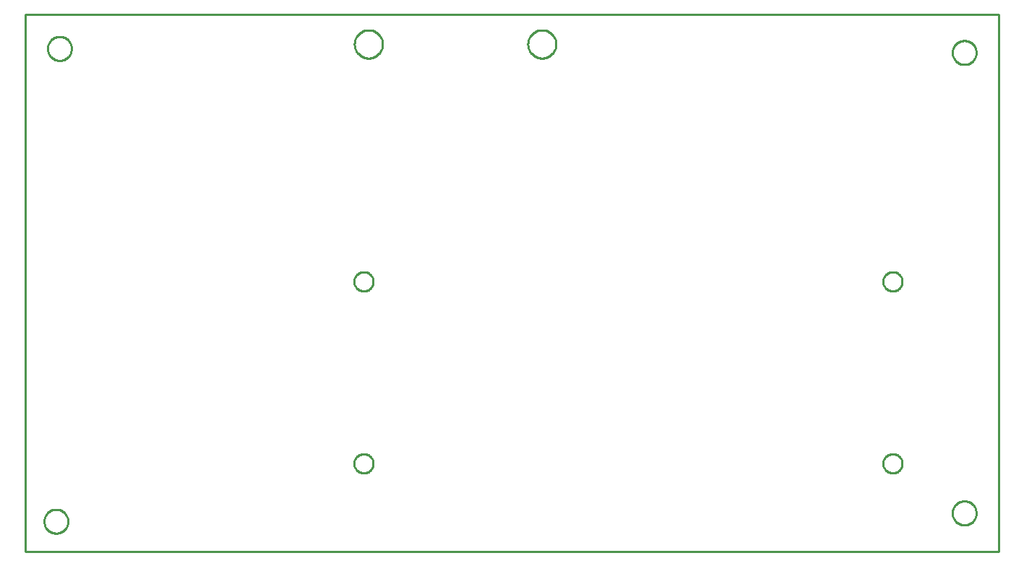
<source format=gbr>
G04 EAGLE Gerber RS-274X export*
G75*
%MOMM*%
%FSLAX34Y34*%
%LPD*%
%IN*%
%IPPOS*%
%AMOC8*
5,1,8,0,0,1.08239X$1,22.5*%
G01*
%ADD10C,0.254000*%


D10*
X80000Y45000D02*
X1220000Y45000D01*
X1220000Y675000D01*
X80000Y675000D01*
X80000Y45000D01*
X1095488Y350290D02*
X1094607Y350359D01*
X1093734Y350498D01*
X1092874Y350704D01*
X1092033Y350977D01*
X1091216Y351316D01*
X1090429Y351717D01*
X1089675Y352179D01*
X1088960Y352698D01*
X1088288Y353273D01*
X1087663Y353898D01*
X1087088Y354570D01*
X1086569Y355285D01*
X1086107Y356039D01*
X1085706Y356826D01*
X1085367Y357643D01*
X1085094Y358484D01*
X1084888Y359344D01*
X1084749Y360217D01*
X1084680Y361098D01*
X1084680Y361982D01*
X1084749Y362863D01*
X1084888Y363736D01*
X1085094Y364596D01*
X1085367Y365437D01*
X1085706Y366254D01*
X1086107Y367041D01*
X1086569Y367795D01*
X1087088Y368510D01*
X1087663Y369182D01*
X1088288Y369808D01*
X1088960Y370382D01*
X1089675Y370901D01*
X1090429Y371363D01*
X1091216Y371765D01*
X1092033Y372103D01*
X1092874Y372376D01*
X1093734Y372582D01*
X1094607Y372721D01*
X1095488Y372790D01*
X1096372Y372790D01*
X1097253Y372721D01*
X1098126Y372582D01*
X1098986Y372376D01*
X1099827Y372103D01*
X1100644Y371765D01*
X1101431Y371363D01*
X1102185Y370901D01*
X1102900Y370382D01*
X1103572Y369808D01*
X1104198Y369182D01*
X1104772Y368510D01*
X1105291Y367795D01*
X1105753Y367041D01*
X1106155Y366254D01*
X1106493Y365437D01*
X1106766Y364596D01*
X1106972Y363736D01*
X1107111Y362863D01*
X1107180Y361982D01*
X1107180Y361098D01*
X1107111Y360217D01*
X1106972Y359344D01*
X1106766Y358484D01*
X1106493Y357643D01*
X1106155Y356826D01*
X1105753Y356039D01*
X1105291Y355285D01*
X1104772Y354570D01*
X1104198Y353898D01*
X1103572Y353273D01*
X1102900Y352698D01*
X1102185Y352179D01*
X1101431Y351717D01*
X1100644Y351316D01*
X1099827Y350977D01*
X1098986Y350704D01*
X1098126Y350498D01*
X1097253Y350359D01*
X1096372Y350290D01*
X1095488Y350290D01*
X1095488Y136890D02*
X1094607Y136959D01*
X1093734Y137098D01*
X1092874Y137304D01*
X1092033Y137577D01*
X1091216Y137916D01*
X1090429Y138317D01*
X1089675Y138779D01*
X1088960Y139298D01*
X1088288Y139873D01*
X1087663Y140498D01*
X1087088Y141170D01*
X1086569Y141885D01*
X1086107Y142639D01*
X1085706Y143426D01*
X1085367Y144243D01*
X1085094Y145084D01*
X1084888Y145944D01*
X1084749Y146817D01*
X1084680Y147698D01*
X1084680Y148582D01*
X1084749Y149463D01*
X1084888Y150336D01*
X1085094Y151196D01*
X1085367Y152037D01*
X1085706Y152854D01*
X1086107Y153641D01*
X1086569Y154395D01*
X1087088Y155110D01*
X1087663Y155782D01*
X1088288Y156408D01*
X1088960Y156982D01*
X1089675Y157501D01*
X1090429Y157963D01*
X1091216Y158365D01*
X1092033Y158703D01*
X1092874Y158976D01*
X1093734Y159182D01*
X1094607Y159321D01*
X1095488Y159390D01*
X1096372Y159390D01*
X1097253Y159321D01*
X1098126Y159182D01*
X1098986Y158976D01*
X1099827Y158703D01*
X1100644Y158365D01*
X1101431Y157963D01*
X1102185Y157501D01*
X1102900Y156982D01*
X1103572Y156408D01*
X1104198Y155782D01*
X1104772Y155110D01*
X1105291Y154395D01*
X1105753Y153641D01*
X1106155Y152854D01*
X1106493Y152037D01*
X1106766Y151196D01*
X1106972Y150336D01*
X1107111Y149463D01*
X1107180Y148582D01*
X1107180Y147698D01*
X1107111Y146817D01*
X1106972Y145944D01*
X1106766Y145084D01*
X1106493Y144243D01*
X1106155Y143426D01*
X1105753Y142639D01*
X1105291Y141885D01*
X1104772Y141170D01*
X1104198Y140498D01*
X1103572Y139873D01*
X1102900Y139298D01*
X1102185Y138779D01*
X1101431Y138317D01*
X1100644Y137916D01*
X1099827Y137577D01*
X1098986Y137304D01*
X1098126Y137098D01*
X1097253Y136959D01*
X1096372Y136890D01*
X1095488Y136890D01*
X475688Y136890D02*
X474807Y136959D01*
X473934Y137098D01*
X473074Y137304D01*
X472233Y137577D01*
X471416Y137916D01*
X470629Y138317D01*
X469875Y138779D01*
X469160Y139298D01*
X468488Y139873D01*
X467863Y140498D01*
X467288Y141170D01*
X466769Y141885D01*
X466307Y142639D01*
X465906Y143426D01*
X465567Y144243D01*
X465294Y145084D01*
X465088Y145944D01*
X464949Y146817D01*
X464880Y147698D01*
X464880Y148582D01*
X464949Y149463D01*
X465088Y150336D01*
X465294Y151196D01*
X465567Y152037D01*
X465906Y152854D01*
X466307Y153641D01*
X466769Y154395D01*
X467288Y155110D01*
X467863Y155782D01*
X468488Y156408D01*
X469160Y156982D01*
X469875Y157501D01*
X470629Y157963D01*
X471416Y158365D01*
X472233Y158703D01*
X473074Y158976D01*
X473934Y159182D01*
X474807Y159321D01*
X475688Y159390D01*
X476572Y159390D01*
X477453Y159321D01*
X478326Y159182D01*
X479186Y158976D01*
X480027Y158703D01*
X480844Y158365D01*
X481631Y157963D01*
X482385Y157501D01*
X483100Y156982D01*
X483772Y156408D01*
X484398Y155782D01*
X484972Y155110D01*
X485491Y154395D01*
X485953Y153641D01*
X486355Y152854D01*
X486693Y152037D01*
X486966Y151196D01*
X487172Y150336D01*
X487311Y149463D01*
X487380Y148582D01*
X487380Y147698D01*
X487311Y146817D01*
X487172Y145944D01*
X486966Y145084D01*
X486693Y144243D01*
X486355Y143426D01*
X485953Y142639D01*
X485491Y141885D01*
X484972Y141170D01*
X484398Y140498D01*
X483772Y139873D01*
X483100Y139298D01*
X482385Y138779D01*
X481631Y138317D01*
X480844Y137916D01*
X480027Y137577D01*
X479186Y137304D01*
X478326Y137098D01*
X477453Y136959D01*
X476572Y136890D01*
X475688Y136890D01*
X475688Y350290D02*
X474807Y350359D01*
X473934Y350498D01*
X473074Y350704D01*
X472233Y350977D01*
X471416Y351316D01*
X470629Y351717D01*
X469875Y352179D01*
X469160Y352698D01*
X468488Y353273D01*
X467863Y353898D01*
X467288Y354570D01*
X466769Y355285D01*
X466307Y356039D01*
X465906Y356826D01*
X465567Y357643D01*
X465294Y358484D01*
X465088Y359344D01*
X464949Y360217D01*
X464880Y361098D01*
X464880Y361982D01*
X464949Y362863D01*
X465088Y363736D01*
X465294Y364596D01*
X465567Y365437D01*
X465906Y366254D01*
X466307Y367041D01*
X466769Y367795D01*
X467288Y368510D01*
X467863Y369182D01*
X468488Y369808D01*
X469160Y370382D01*
X469875Y370901D01*
X470629Y371363D01*
X471416Y371765D01*
X472233Y372103D01*
X473074Y372376D01*
X473934Y372582D01*
X474807Y372721D01*
X475688Y372790D01*
X476572Y372790D01*
X477453Y372721D01*
X478326Y372582D01*
X479186Y372376D01*
X480027Y372103D01*
X480844Y371765D01*
X481631Y371363D01*
X482385Y370901D01*
X483100Y370382D01*
X483772Y369808D01*
X484398Y369182D01*
X484972Y368510D01*
X485491Y367795D01*
X485953Y367041D01*
X486355Y366254D01*
X486693Y365437D01*
X486966Y364596D01*
X487172Y363736D01*
X487311Y362863D01*
X487380Y361982D01*
X487380Y361098D01*
X487311Y360217D01*
X487172Y359344D01*
X486966Y358484D01*
X486693Y357643D01*
X486355Y356826D01*
X485953Y356039D01*
X485491Y355285D01*
X484972Y354570D01*
X484398Y353898D01*
X483772Y353273D01*
X483100Y352698D01*
X482385Y352179D01*
X481631Y351717D01*
X480844Y351316D01*
X480027Y350977D01*
X479186Y350704D01*
X478326Y350498D01*
X477453Y350359D01*
X476572Y350290D01*
X475688Y350290D01*
X133960Y634260D02*
X133889Y633263D01*
X133746Y632273D01*
X133534Y631296D01*
X133252Y630336D01*
X132903Y629399D01*
X132487Y628489D01*
X132008Y627612D01*
X131467Y626770D01*
X130868Y625970D01*
X130213Y625214D01*
X129506Y624507D01*
X128750Y623852D01*
X127950Y623253D01*
X127108Y622712D01*
X126231Y622233D01*
X125321Y621817D01*
X124384Y621468D01*
X123425Y621186D01*
X122447Y620974D01*
X121458Y620831D01*
X120460Y620760D01*
X119460Y620760D01*
X118463Y620831D01*
X117473Y620974D01*
X116496Y621186D01*
X115536Y621468D01*
X114599Y621817D01*
X113689Y622233D01*
X112812Y622712D01*
X111970Y623253D01*
X111170Y623852D01*
X110414Y624507D01*
X109707Y625214D01*
X109052Y625970D01*
X108453Y626770D01*
X107912Y627612D01*
X107433Y628489D01*
X107017Y629399D01*
X106668Y630336D01*
X106386Y631296D01*
X106174Y632273D01*
X106031Y633263D01*
X105960Y634260D01*
X105960Y635260D01*
X106031Y636258D01*
X106174Y637247D01*
X106386Y638225D01*
X106668Y639184D01*
X107017Y640121D01*
X107433Y641031D01*
X107912Y641908D01*
X108453Y642750D01*
X109052Y643550D01*
X109707Y644306D01*
X110414Y645013D01*
X111170Y645668D01*
X111970Y646267D01*
X112812Y646808D01*
X113689Y647287D01*
X114599Y647703D01*
X115536Y648052D01*
X116496Y648334D01*
X117473Y648546D01*
X118463Y648689D01*
X119460Y648760D01*
X120460Y648760D01*
X121458Y648689D01*
X122447Y648546D01*
X123425Y648334D01*
X124384Y648052D01*
X125321Y647703D01*
X126231Y647287D01*
X127108Y646808D01*
X127950Y646267D01*
X128750Y645668D01*
X129506Y645013D01*
X130213Y644306D01*
X130868Y643550D01*
X131467Y642750D01*
X132008Y641908D01*
X132487Y641031D01*
X132903Y640121D01*
X133252Y639184D01*
X133534Y638225D01*
X133746Y637247D01*
X133889Y636258D01*
X133960Y635260D01*
X133960Y634260D01*
X1194000Y629500D02*
X1193929Y628503D01*
X1193786Y627513D01*
X1193574Y626536D01*
X1193292Y625576D01*
X1192943Y624639D01*
X1192527Y623729D01*
X1192048Y622852D01*
X1191507Y622010D01*
X1190908Y621210D01*
X1190253Y620454D01*
X1189546Y619747D01*
X1188790Y619092D01*
X1187990Y618493D01*
X1187148Y617952D01*
X1186271Y617473D01*
X1185361Y617057D01*
X1184424Y616708D01*
X1183465Y616426D01*
X1182487Y616214D01*
X1181498Y616071D01*
X1180500Y616000D01*
X1179500Y616000D01*
X1178503Y616071D01*
X1177513Y616214D01*
X1176536Y616426D01*
X1175576Y616708D01*
X1174639Y617057D01*
X1173729Y617473D01*
X1172852Y617952D01*
X1172010Y618493D01*
X1171210Y619092D01*
X1170454Y619747D01*
X1169747Y620454D01*
X1169092Y621210D01*
X1168493Y622010D01*
X1167952Y622852D01*
X1167473Y623729D01*
X1167057Y624639D01*
X1166708Y625576D01*
X1166426Y626536D01*
X1166214Y627513D01*
X1166071Y628503D01*
X1166000Y629500D01*
X1166000Y630500D01*
X1166071Y631498D01*
X1166214Y632487D01*
X1166426Y633465D01*
X1166708Y634424D01*
X1167057Y635361D01*
X1167473Y636271D01*
X1167952Y637148D01*
X1168493Y637990D01*
X1169092Y638790D01*
X1169747Y639546D01*
X1170454Y640253D01*
X1171210Y640908D01*
X1172010Y641507D01*
X1172852Y642048D01*
X1173729Y642527D01*
X1174639Y642943D01*
X1175576Y643292D01*
X1176536Y643574D01*
X1177513Y643786D01*
X1178503Y643929D01*
X1179500Y644000D01*
X1180500Y644000D01*
X1181498Y643929D01*
X1182487Y643786D01*
X1183465Y643574D01*
X1184424Y643292D01*
X1185361Y642943D01*
X1186271Y642527D01*
X1187148Y642048D01*
X1187990Y641507D01*
X1188790Y640908D01*
X1189546Y640253D01*
X1190253Y639546D01*
X1190908Y638790D01*
X1191507Y637990D01*
X1192048Y637148D01*
X1192527Y636271D01*
X1192943Y635361D01*
X1193292Y634424D01*
X1193574Y633465D01*
X1193786Y632487D01*
X1193929Y631498D01*
X1194000Y630500D01*
X1194000Y629500D01*
X129860Y79760D02*
X129789Y78763D01*
X129646Y77773D01*
X129434Y76796D01*
X129152Y75836D01*
X128803Y74899D01*
X128387Y73989D01*
X127908Y73112D01*
X127367Y72270D01*
X126768Y71470D01*
X126113Y70714D01*
X125406Y70007D01*
X124650Y69352D01*
X123850Y68753D01*
X123008Y68212D01*
X122131Y67733D01*
X121221Y67317D01*
X120284Y66968D01*
X119325Y66686D01*
X118347Y66474D01*
X117358Y66331D01*
X116360Y66260D01*
X115360Y66260D01*
X114363Y66331D01*
X113373Y66474D01*
X112396Y66686D01*
X111436Y66968D01*
X110499Y67317D01*
X109589Y67733D01*
X108712Y68212D01*
X107870Y68753D01*
X107070Y69352D01*
X106314Y70007D01*
X105607Y70714D01*
X104952Y71470D01*
X104353Y72270D01*
X103812Y73112D01*
X103333Y73989D01*
X102917Y74899D01*
X102568Y75836D01*
X102286Y76796D01*
X102074Y77773D01*
X101931Y78763D01*
X101860Y79760D01*
X101860Y80760D01*
X101931Y81758D01*
X102074Y82747D01*
X102286Y83725D01*
X102568Y84684D01*
X102917Y85621D01*
X103333Y86531D01*
X103812Y87408D01*
X104353Y88250D01*
X104952Y89050D01*
X105607Y89806D01*
X106314Y90513D01*
X107070Y91168D01*
X107870Y91767D01*
X108712Y92308D01*
X109589Y92787D01*
X110499Y93203D01*
X111436Y93552D01*
X112396Y93834D01*
X113373Y94046D01*
X114363Y94189D01*
X115360Y94260D01*
X116360Y94260D01*
X117358Y94189D01*
X118347Y94046D01*
X119325Y93834D01*
X120284Y93552D01*
X121221Y93203D01*
X122131Y92787D01*
X123008Y92308D01*
X123850Y91767D01*
X124650Y91168D01*
X125406Y90513D01*
X126113Y89806D01*
X126768Y89050D01*
X127367Y88250D01*
X127908Y87408D01*
X128387Y86531D01*
X128803Y85621D01*
X129152Y84684D01*
X129434Y83725D01*
X129646Y82747D01*
X129789Y81758D01*
X129860Y80760D01*
X129860Y79760D01*
X498410Y639380D02*
X498339Y638301D01*
X498198Y637229D01*
X497987Y636169D01*
X497708Y635125D01*
X497360Y634101D01*
X496946Y633103D01*
X496468Y632133D01*
X495928Y631197D01*
X495327Y630298D01*
X494669Y629441D01*
X493957Y628628D01*
X493192Y627864D01*
X492379Y627151D01*
X491522Y626493D01*
X490623Y625892D01*
X489687Y625352D01*
X488717Y624874D01*
X487719Y624460D01*
X486695Y624112D01*
X485651Y623833D01*
X484591Y623622D01*
X483519Y623481D01*
X482440Y623410D01*
X481360Y623410D01*
X480281Y623481D01*
X479209Y623622D01*
X478149Y623833D01*
X477105Y624112D01*
X476081Y624460D01*
X475083Y624874D01*
X474113Y625352D01*
X473177Y625892D01*
X472278Y626493D01*
X471421Y627151D01*
X470608Y627864D01*
X469844Y628628D01*
X469131Y629441D01*
X468473Y630298D01*
X467872Y631197D01*
X467332Y632133D01*
X466854Y633103D01*
X466440Y634101D01*
X466092Y635125D01*
X465813Y636169D01*
X465602Y637229D01*
X465461Y638301D01*
X465390Y639380D01*
X465390Y640460D01*
X465461Y641539D01*
X465602Y642611D01*
X465813Y643671D01*
X466092Y644715D01*
X466440Y645739D01*
X466854Y646737D01*
X467332Y647707D01*
X467872Y648643D01*
X468473Y649542D01*
X469131Y650399D01*
X469844Y651212D01*
X470608Y651977D01*
X471421Y652689D01*
X472278Y653347D01*
X473177Y653948D01*
X474113Y654488D01*
X475083Y654966D01*
X476081Y655380D01*
X477105Y655728D01*
X478149Y656007D01*
X479209Y656218D01*
X480281Y656359D01*
X481360Y656430D01*
X482440Y656430D01*
X483519Y656359D01*
X484591Y656218D01*
X485651Y656007D01*
X486695Y655728D01*
X487719Y655380D01*
X488717Y654966D01*
X489687Y654488D01*
X490623Y653948D01*
X491522Y653347D01*
X492379Y652689D01*
X493192Y651977D01*
X493957Y651212D01*
X494669Y650399D01*
X495327Y649542D01*
X495928Y648643D01*
X496468Y647707D01*
X496946Y646737D01*
X497360Y645739D01*
X497708Y644715D01*
X497987Y643671D01*
X498198Y642611D01*
X498339Y641539D01*
X498410Y640460D01*
X498410Y639380D01*
X701610Y639380D02*
X701539Y638301D01*
X701398Y637229D01*
X701187Y636169D01*
X700908Y635125D01*
X700560Y634101D01*
X700146Y633103D01*
X699668Y632133D01*
X699128Y631197D01*
X698527Y630298D01*
X697869Y629441D01*
X697157Y628628D01*
X696392Y627864D01*
X695579Y627151D01*
X694722Y626493D01*
X693823Y625892D01*
X692887Y625352D01*
X691917Y624874D01*
X690919Y624460D01*
X689895Y624112D01*
X688851Y623833D01*
X687791Y623622D01*
X686719Y623481D01*
X685640Y623410D01*
X684560Y623410D01*
X683481Y623481D01*
X682409Y623622D01*
X681349Y623833D01*
X680305Y624112D01*
X679281Y624460D01*
X678283Y624874D01*
X677313Y625352D01*
X676377Y625892D01*
X675478Y626493D01*
X674621Y627151D01*
X673808Y627864D01*
X673044Y628628D01*
X672331Y629441D01*
X671673Y630298D01*
X671072Y631197D01*
X670532Y632133D01*
X670054Y633103D01*
X669640Y634101D01*
X669292Y635125D01*
X669013Y636169D01*
X668802Y637229D01*
X668661Y638301D01*
X668590Y639380D01*
X668590Y640460D01*
X668661Y641539D01*
X668802Y642611D01*
X669013Y643671D01*
X669292Y644715D01*
X669640Y645739D01*
X670054Y646737D01*
X670532Y647707D01*
X671072Y648643D01*
X671673Y649542D01*
X672331Y650399D01*
X673044Y651212D01*
X673808Y651977D01*
X674621Y652689D01*
X675478Y653347D01*
X676377Y653948D01*
X677313Y654488D01*
X678283Y654966D01*
X679281Y655380D01*
X680305Y655728D01*
X681349Y656007D01*
X682409Y656218D01*
X683481Y656359D01*
X684560Y656430D01*
X685640Y656430D01*
X686719Y656359D01*
X687791Y656218D01*
X688851Y656007D01*
X689895Y655728D01*
X690919Y655380D01*
X691917Y654966D01*
X692887Y654488D01*
X693823Y653948D01*
X694722Y653347D01*
X695579Y652689D01*
X696392Y651977D01*
X697157Y651212D01*
X697869Y650399D01*
X698527Y649542D01*
X699128Y648643D01*
X699668Y647707D01*
X700146Y646737D01*
X700560Y645739D01*
X700908Y644715D01*
X701187Y643671D01*
X701398Y642611D01*
X701539Y641539D01*
X701610Y640460D01*
X701610Y639380D01*
X1194000Y89500D02*
X1193929Y88503D01*
X1193786Y87513D01*
X1193574Y86536D01*
X1193292Y85576D01*
X1192943Y84639D01*
X1192527Y83729D01*
X1192048Y82852D01*
X1191507Y82010D01*
X1190908Y81210D01*
X1190253Y80454D01*
X1189546Y79747D01*
X1188790Y79092D01*
X1187990Y78493D01*
X1187148Y77952D01*
X1186271Y77473D01*
X1185361Y77057D01*
X1184424Y76708D01*
X1183465Y76426D01*
X1182487Y76214D01*
X1181498Y76071D01*
X1180500Y76000D01*
X1179500Y76000D01*
X1178503Y76071D01*
X1177513Y76214D01*
X1176536Y76426D01*
X1175576Y76708D01*
X1174639Y77057D01*
X1173729Y77473D01*
X1172852Y77952D01*
X1172010Y78493D01*
X1171210Y79092D01*
X1170454Y79747D01*
X1169747Y80454D01*
X1169092Y81210D01*
X1168493Y82010D01*
X1167952Y82852D01*
X1167473Y83729D01*
X1167057Y84639D01*
X1166708Y85576D01*
X1166426Y86536D01*
X1166214Y87513D01*
X1166071Y88503D01*
X1166000Y89500D01*
X1166000Y90500D01*
X1166071Y91498D01*
X1166214Y92487D01*
X1166426Y93465D01*
X1166708Y94424D01*
X1167057Y95361D01*
X1167473Y96271D01*
X1167952Y97148D01*
X1168493Y97990D01*
X1169092Y98790D01*
X1169747Y99546D01*
X1170454Y100253D01*
X1171210Y100908D01*
X1172010Y101507D01*
X1172852Y102048D01*
X1173729Y102527D01*
X1174639Y102943D01*
X1175576Y103292D01*
X1176536Y103574D01*
X1177513Y103786D01*
X1178503Y103929D01*
X1179500Y104000D01*
X1180500Y104000D01*
X1181498Y103929D01*
X1182487Y103786D01*
X1183465Y103574D01*
X1184424Y103292D01*
X1185361Y102943D01*
X1186271Y102527D01*
X1187148Y102048D01*
X1187990Y101507D01*
X1188790Y100908D01*
X1189546Y100253D01*
X1190253Y99546D01*
X1190908Y98790D01*
X1191507Y97990D01*
X1192048Y97148D01*
X1192527Y96271D01*
X1192943Y95361D01*
X1193292Y94424D01*
X1193574Y93465D01*
X1193786Y92487D01*
X1193929Y91498D01*
X1194000Y90500D01*
X1194000Y89500D01*
M02*

</source>
